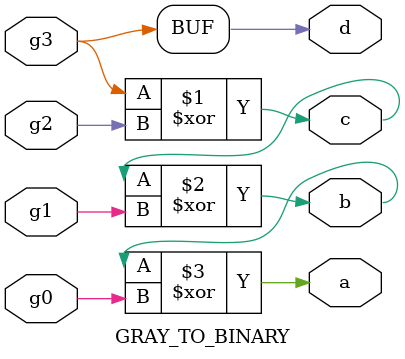
<source format=v>
module GRAY_TO_BINARY (
	input g3, g2, g1, g0,
	output d, c, b, a
);

	assign d = g3;
	xor(c, g3, g2);
	xor(b, c, g1);
	xor(a, b, g0);
endmodule
</source>
